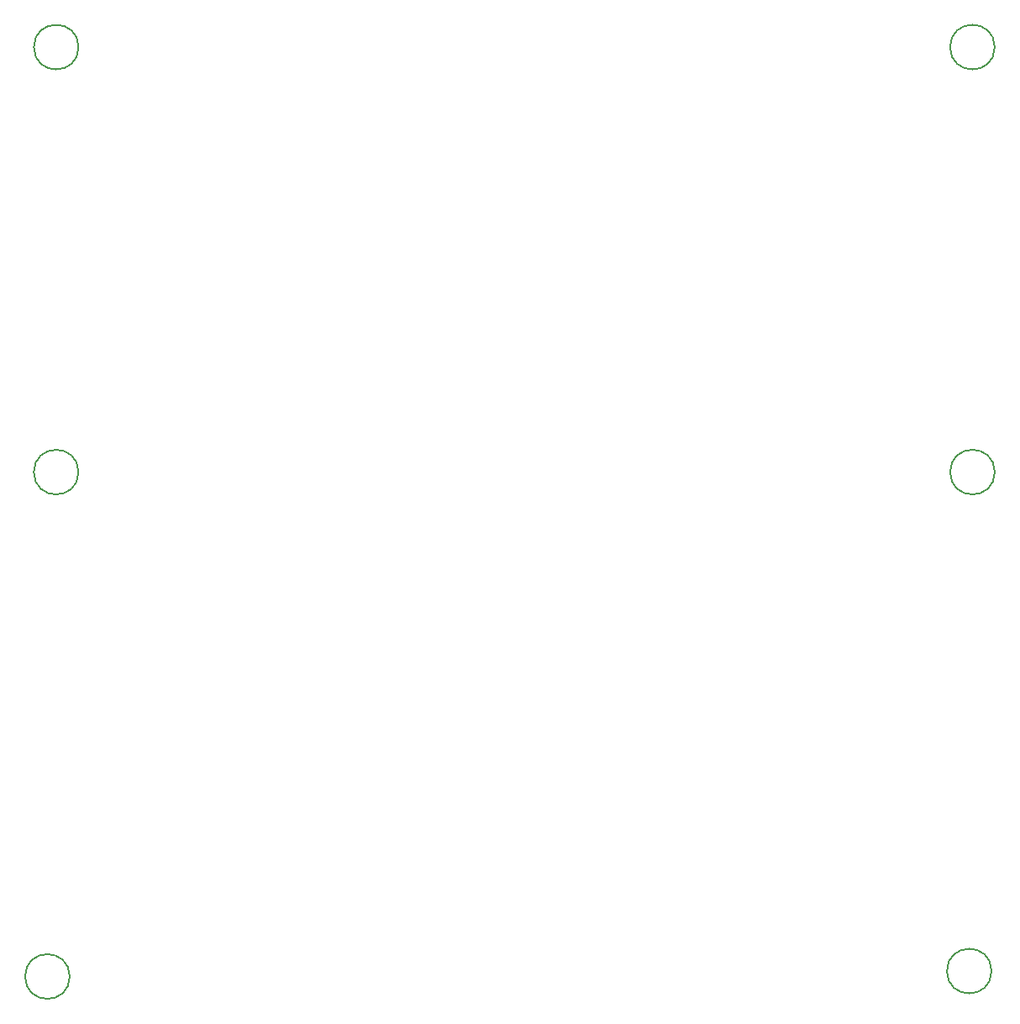
<source format=gbr>
G04 #@! TF.GenerationSoftware,KiCad,Pcbnew,(5.1.7)-1*
G04 #@! TF.CreationDate,2020-10-06T16:51:21+07:00*
G04 #@! TF.ProjectId,PIC16F1X_KIT2019,50494331-3646-4315-985f-4b4954323031,rev?*
G04 #@! TF.SameCoordinates,Original*
G04 #@! TF.FileFunction,Other,Comment*
%FSLAX46Y46*%
G04 Gerber Fmt 4.6, Leading zero omitted, Abs format (unit mm)*
G04 Created by KiCad (PCBNEW (5.1.7)-1) date 2020-10-06 16:51:21*
%MOMM*%
%LPD*%
G01*
G04 APERTURE LIST*
%ADD10C,0.150000*%
G04 APERTURE END LIST*
D10*
X117626960Y-115275360D02*
G75*
G03*
X117626960Y-115275360I-2250000J0D01*
G01*
X24729000Y-115824000D02*
G75*
G03*
X24729000Y-115824000I-2250000J0D01*
G01*
X117947000Y-65024000D02*
G75*
G03*
X117947000Y-65024000I-2250000J0D01*
G01*
X25618000Y-22225000D02*
G75*
G03*
X25618000Y-22225000I-2250000J0D01*
G01*
X25618000Y-65024000D02*
G75*
G03*
X25618000Y-65024000I-2250000J0D01*
G01*
X117947000Y-22225000D02*
G75*
G03*
X117947000Y-22225000I-2250000J0D01*
G01*
M02*

</source>
